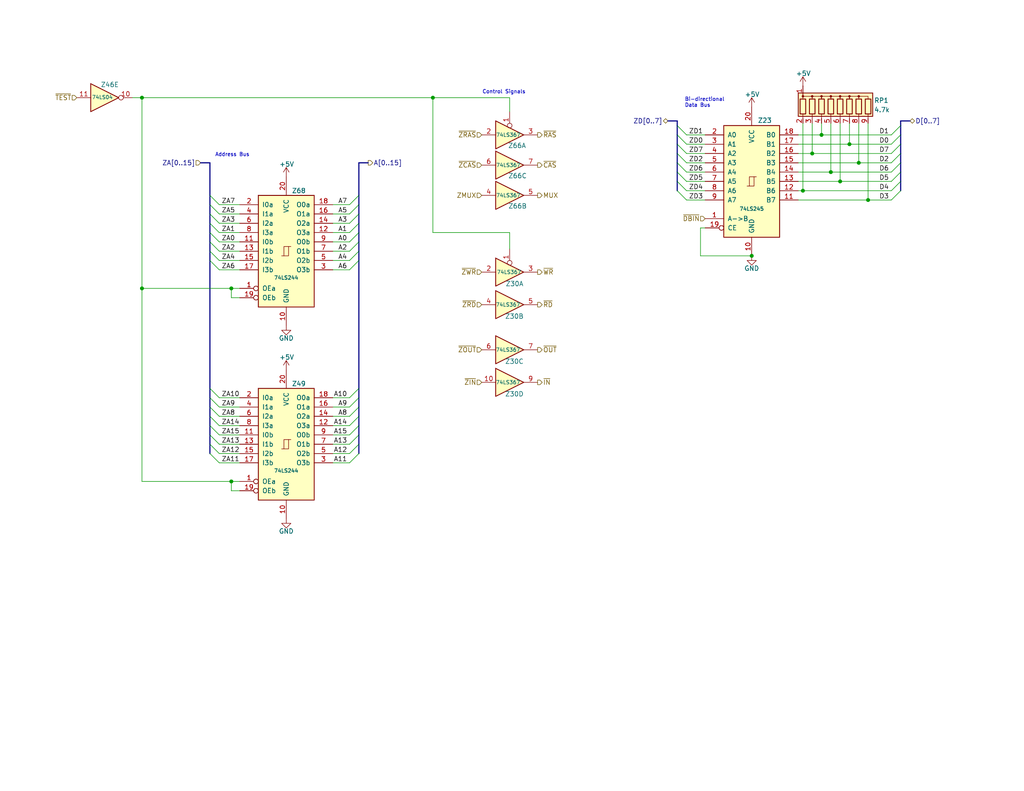
<source format=kicad_sch>
(kicad_sch (version 20250114) (generator "eeschema") (generator_version "9.0")
  (paper "USLetter")
  (title_block (title "TRS-80 Model I Rev HE11E011550") (date "2025-06-14") (rev "E1A") (company "RetroStack - Marcel Erz") (comment 2 "Isolation circuit to use ~{TEST} signal, dsconecting CPU from system") (comment 4 "CPU Gating"))
  (lib_symbols
    (symbol "74xx:74LS04"
      (property "Reference" "U" (at 0 1.27 0))
      (property "Value" "74LS04" (at 0 -1.27 0))
      (symbol "74LS04_1_0"
        (polyline (pts (xy -3.81 3.81) (xy -3.81 -3.81) (xy 3.81 0) (xy -3.81 3.81)) (stroke (width 0.254)) (fill (type background)))
        (pin input line (at -7.62 0 0) (length 3.81) (name "~") (number "1"))
        (pin output inverted (at 7.62 0 180) (length 3.81) (name "~") (number "2"))
      )
      (symbol "74LS04_2_0"
        (polyline (pts (xy -3.81 3.81) (xy -3.81 -3.81) (xy 3.81 0) (xy -3.81 3.81)) (stroke (width 0.254)) (fill (type background)))
        (pin input line (at -7.62 0 0) (length 3.81) (name "~") (number "3"))
        (pin output inverted (at 7.62 0 180) (length 3.81) (name "~") (number "4"))
      )
      (symbol "74LS04_3_0"
        (polyline (pts (xy -3.81 3.81) (xy -3.81 -3.81) (xy 3.81 0) (xy -3.81 3.81)) (stroke (width 0.254)) (fill (type background)))
        (pin input line (at -7.62 0 0) (length 3.81) (name "~") (number "5"))
        (pin output inverted (at 7.62 0 180) (length 3.81) (name "~") (number "6"))
      )
      (symbol "74LS04_4_0"
        (polyline (pts (xy -3.81 3.81) (xy -3.81 -3.81) (xy 3.81 0) (xy -3.81 3.81)) (stroke (width 0.254)) (fill (type background)))
        (pin input line (at -7.62 0 0) (length 3.81) (name "~") (number "9"))
        (pin output inverted (at 7.62 0 180) (length 3.81) (name "~") (number "8"))
      )
      (symbol "74LS04_5_0"
        (polyline (pts (xy -3.81 3.81) (xy -3.81 -3.81) (xy 3.81 0) (xy -3.81 3.81)) (stroke (width 0.254)) (fill (type background)))
        (pin input line (at -7.62 0 0) (length 3.81) (name "~") (number "11"))
        (pin output inverted (at 7.62 0 180) (length 3.81) (name "~") (number "10"))
      )
      (symbol "74LS04_6_0"
        (polyline (pts (xy -3.81 3.81) (xy -3.81 -3.81) (xy 3.81 0) (xy -3.81 3.81)) (stroke (width 0.254)) (fill (type background)))
        (pin input line (at -7.62 0 0) (length 3.81) (name "~") (number "13"))
        (pin output inverted (at 7.62 0 180) (length 3.81) (name "~") (number "12"))
      )
      (symbol "74LS04_7_0"
        (pin power_in line (at 0 12.7 270) (length 5.08) (name "VCC") (number "14"))
        (pin power_in line (at 0 -12.7 90) (length 5.08) (name "GND") (number "7"))
      )
      (symbol "74LS04_7_1"
        (rectangle (start -5.08 7.62) (end 5.08 -7.62) (stroke (width 0.254)) (fill (type background)))
      )
    )
    (symbol "74xx:74LS244" (pin_names (offset 1.016))
      (property "Reference" "U" (at -7.62 16.51 0))
      (property "Value" "74LS244" (at -7.62 -16.51 0))
      (symbol "74LS244_1_0"
        (polyline (pts (xy -1.27 -1.27) (xy 0.635 -1.27) (xy 0.635 1.27) (xy 1.27 1.27)))
        (polyline (pts (xy -0.635 -1.27) (xy -0.635 1.27) (xy 0.635 1.27)))
        (pin input line (at -12.7 12.7 0) (length 5.08) (name "I0a") (number "2"))
        (pin input line (at -12.7 10.16 0) (length 5.08) (name "I1a") (number "4"))
        (pin input line (at -12.7 7.62 0) (length 5.08) (name "I2a") (number "6"))
        (pin input line (at -12.7 5.08 0) (length 5.08) (name "I3a") (number "8"))
        (pin input line (at -12.7 2.54 0) (length 5.08) (name "I0b") (number "11"))
        (pin input line (at -12.7 0 0) (length 5.08) (name "I1b") (number "13"))
        (pin input line (at -12.7 -2.54 0) (length 5.08) (name "I2b") (number "15"))
        (pin input line (at -12.7 -5.08 0) (length 5.08) (name "I3b") (number "17"))
        (pin input inverted (at -12.7 -10.16 0) (length 5.08) (name "OEa") (number "1"))
        (pin input inverted (at -12.7 -12.7 0) (length 5.08) (name "OEb") (number "19"))
        (pin power_in line (at 0 20.32 270) (length 5.08) (name "VCC") (number "20"))
        (pin power_in line (at 0 -20.32 90) (length 5.08) (name "GND") (number "10"))
        (pin tri_state line (at 12.7 12.7 180) (length 5.08) (name "O0a") (number "18"))
        (pin tri_state line (at 12.7 10.16 180) (length 5.08) (name "O1a") (number "16"))
        (pin tri_state line (at 12.7 7.62 180) (length 5.08) (name "O2a") (number "14"))
        (pin tri_state line (at 12.7 5.08 180) (length 5.08) (name "O3a") (number "12"))
        (pin tri_state line (at 12.7 2.54 180) (length 5.08) (name "O0b") (number "9"))
        (pin tri_state line (at 12.7 0 180) (length 5.08) (name "O1b") (number "7"))
        (pin tri_state line (at 12.7 -2.54 180) (length 5.08) (name "O2b") (number "5"))
        (pin tri_state line (at 12.7 -5.08 180) (length 5.08) (name "O3b") (number "3"))
      )
      (symbol "74LS244_1_1"
        (rectangle (start -7.62 15.24) (end 7.62 -15.24) (stroke (width 0.254)) (fill (type background)))
      )
    )
    (symbol "74xx:74LS245" (pin_names (offset 1.016))
      (property "Reference" "U" (at -7.62 16.51 0))
      (property "Value" "74LS245" (at -7.62 -16.51 0))
      (symbol "74LS245_1_0"
        (polyline (pts (xy -1.27 -1.27) (xy 0.635 -1.27) (xy 0.635 1.27) (xy 1.27 1.27)))
        (polyline (pts (xy -0.635 -1.27) (xy -0.635 1.27) (xy 0.635 1.27)))
        (pin tri_state line (at -12.7 12.7 0) (length 5.08) (name "A0") (number "2"))
        (pin tri_state line (at -12.7 10.16 0) (length 5.08) (name "A1") (number "3"))
        (pin tri_state line (at -12.7 7.62 0) (length 5.08) (name "A2") (number "4"))
        (pin tri_state line (at -12.7 5.08 0) (length 5.08) (name "A3") (number "5"))
        (pin tri_state line (at -12.7 2.54 0) (length 5.08) (name "A4") (number "6"))
        (pin tri_state line (at -12.7 0 0) (length 5.08) (name "A5") (number "7"))
        (pin tri_state line (at -12.7 -2.54 0) (length 5.08) (name "A6") (number "8"))
        (pin tri_state line (at -12.7 -5.08 0) (length 5.08) (name "A7") (number "9"))
        (pin input line (at -12.7 -10.16 0) (length 5.08) (name "A->B") (number "1"))
        (pin input inverted (at -12.7 -12.7 0) (length 5.08) (name "CE") (number "19"))
        (pin power_in line (at 0 20.32 270) (length 5.08) (name "VCC") (number "20"))
        (pin power_in line (at 0 -20.32 90) (length 5.08) (name "GND") (number "10"))
        (pin tri_state line (at 12.7 12.7 180) (length 5.08) (name "B0") (number "18"))
        (pin tri_state line (at 12.7 10.16 180) (length 5.08) (name "B1") (number "17"))
        (pin tri_state line (at 12.7 7.62 180) (length 5.08) (name "B2") (number "16"))
        (pin tri_state line (at 12.7 5.08 180) (length 5.08) (name "B3") (number "15"))
        (pin tri_state line (at 12.7 2.54 180) (length 5.08) (name "B4") (number "14"))
        (pin tri_state line (at 12.7 0 180) (length 5.08) (name "B5") (number "13"))
        (pin tri_state line (at 12.7 -2.54 180) (length 5.08) (name "B6") (number "12"))
        (pin tri_state line (at 12.7 -5.08 180) (length 5.08) (name "B7") (number "11"))
      )
      (symbol "74LS245_1_1"
        (rectangle (start -7.62 15.24) (end 7.62 -15.24) (stroke (width 0.254)) (fill (type background)))
      )
    )
    (symbol "Device:R_Network08" (pin_names (offset 0) (hide yes))
      (property "Reference" "RN" (at -12.7 0 90))
      (property "Value" "R_Network08" (at 10.16 0 90))
      (symbol "R_Network08_0_1"
        (rectangle (start -11.43 -3.175) (end 8.89 3.175) (stroke (width 0.254)) (fill (type background)))
        (rectangle (start -10.922 1.524) (end -9.398 -2.54) (stroke (width 0.254)))
        (circle (center -10.16 2.286) (radius 0.254) (fill (type outline)))
        (polyline (pts (xy -10.16 1.524) (xy -10.16 2.286) (xy -7.62 2.286) (xy -7.62 1.524)))
        (polyline (pts (xy -10.16 -2.54) (xy -10.16 -3.81)))
        (rectangle (start -8.382 1.524) (end -6.858 -2.54) (stroke (width 0.254)))
        (circle (center -7.62 2.286) (radius 0.254) (fill (type outline)))
        (polyline (pts (xy -7.62 1.524) (xy -7.62 2.286) (xy -5.08 2.286) (xy -5.08 1.524)))
        (polyline (pts (xy -7.62 -2.54) (xy -7.62 -3.81)))
        (rectangle (start -5.842 1.524) (end -4.318 -2.54) (stroke (width 0.254)))
        (circle (center -5.08 2.286) (radius 0.254) (fill (type outline)))
        (polyline (pts (xy -5.08 1.524) (xy -5.08 2.286) (xy -2.54 2.286) (xy -2.54 1.524)))
        (polyline (pts (xy -5.08 -2.54) (xy -5.08 -3.81)))
        (rectangle (start -3.302 1.524) (end -1.778 -2.54) (stroke (width 0.254)))
        (circle (center -2.54 2.286) (radius 0.254) (fill (type outline)))
        (polyline (pts (xy -2.54 1.524) (xy -2.54 2.286) (xy 0 2.286) (xy 0 1.524)))
        (polyline (pts (xy -2.54 -2.54) (xy -2.54 -3.81)))
        (rectangle (start -0.762 1.524) (end 0.762 -2.54) (stroke (width 0.254)))
        (circle (center 0 2.286) (radius 0.254) (fill (type outline)))
        (polyline (pts (xy 0 1.524) (xy 0 2.286) (xy 2.54 2.286) (xy 2.54 1.524)))
        (polyline (pts (xy 0 -2.54) (xy 0 -3.81)))
        (rectangle (start 1.778 1.524) (end 3.302 -2.54) (stroke (width 0.254)))
        (circle (center 2.54 2.286) (radius 0.254) (fill (type outline)))
        (polyline (pts (xy 2.54 1.524) (xy 2.54 2.286) (xy 5.08 2.286) (xy 5.08 1.524)))
        (polyline (pts (xy 2.54 -2.54) (xy 2.54 -3.81)))
        (rectangle (start 4.318 1.524) (end 5.842 -2.54) (stroke (width 0.254)))
        (circle (center 5.08 2.286) (radius 0.254) (fill (type outline)))
        (polyline (pts (xy 5.08 1.524) (xy 5.08 2.286) (xy 7.62 2.286) (xy 7.62 1.524)))
        (polyline (pts (xy 5.08 -2.54) (xy 5.08 -3.81)))
        (rectangle (start 6.858 1.524) (end 8.382 -2.54) (stroke (width 0.254)))
        (polyline (pts (xy 7.62 -2.54) (xy 7.62 -3.81)))
      )
      (symbol "R_Network08_1_1"
        (pin passive line (at -10.16 5.08 270) (length 2.54) (name "common") (number "1"))
        (pin passive line (at -10.16 -5.08 90) (length 1.27) (name "R1") (number "2"))
        (pin passive line (at -7.62 -5.08 90) (length 1.27) (name "R2") (number "3"))
        (pin passive line (at -5.08 -5.08 90) (length 1.27) (name "R3") (number "4"))
        (pin passive line (at -2.54 -5.08 90) (length 1.27) (name "R4") (number "5"))
        (pin passive line (at 0 -5.08 90) (length 1.27) (name "R5") (number "6"))
        (pin passive line (at 2.54 -5.08 90) (length 1.27) (name "R6") (number "7"))
        (pin passive line (at 5.08 -5.08 90) (length 1.27) (name "R7") (number "8"))
        (pin passive line (at 7.62 -5.08 90) (length 1.27) (name "R8") (number "9"))
      )
    )
    (symbol "RetroStackLibrary:74LS367_Split" (pin_names (offset 1.016))
      (property "Reference" "U" (at 0 1.27 0))
      (property "Value" "74LS367" (at 0 -1.27 0))
      (symbol "74LS367_Split_1_0"
        (polyline (pts (xy -3.81 3.81) (xy -3.81 -3.81) (xy 3.81 0) (xy -3.81 3.81)) (stroke (width 0.254)) (fill (type background)))
        (pin input line (at -7.62 0 0) (length 3.81) (name "~") (number "2"))
        (pin input inverted (at 0 6.35 270) (length 4.445) (name "~") (number "1"))
        (pin tri_state line (at 7.62 0 180) (length 3.81) (name "~") (number "3"))
      )
      (symbol "74LS367_Split_2_0"
        (polyline (pts (xy -3.81 3.81) (xy -3.81 -3.81) (xy 3.81 0) (xy -3.81 3.81)) (stroke (width 0.254)) (fill (type background)))
        (pin input line (at -7.62 0 0) (length 3.81) (name "~") (number "4"))
        (pin tri_state line (at 7.62 0 180) (length 3.81) (name "~") (number "5"))
      )
      (symbol "74LS367_Split_3_0"
        (polyline (pts (xy -3.81 3.81) (xy -3.81 -3.81) (xy 3.81 0) (xy -3.81 3.81)) (stroke (width 0.254)) (fill (type background)))
        (pin input line (at -7.62 0 0) (length 3.81) (name "~") (number "6"))
        (pin tri_state line (at 7.62 0 180) (length 3.81) (name "~") (number "7"))
      )
      (symbol "74LS367_Split_4_0"
        (polyline (pts (xy -3.81 3.81) (xy -3.81 -3.81) (xy 3.81 0) (xy -3.81 3.81)) (stroke (width 0.254)) (fill (type background)))
        (pin input line (at -7.62 0 0) (length 3.81) (name "~") (number "10"))
        (pin tri_state line (at 7.62 0 180) (length 3.81) (name "~") (number "9"))
      )
      (symbol "74LS367_Split_5_0"
        (polyline (pts (xy -3.175 -2.54) (xy -3.175 -10.16) (xy 4.445 -6.35) (xy -3.175 -2.54)) (stroke (width 0.254)) (fill (type background)))
        (pin input line (at -6.985 -6.35 0) (length 3.81) (name "~") (number "12"))
        (pin input inverted (at 0.635 0 270) (length 4.445) (name "~") (number "15"))
        (pin tri_state line (at 8.255 -6.35 180) (length 3.81) (name "~") (number "11"))
      )
      (symbol "74LS367_Split_6_0"
        (polyline (pts (xy -3.81 3.81) (xy -3.81 -3.81) (xy 3.81 0) (xy -3.81 3.81)) (stroke (width 0.254)) (fill (type background)))
        (pin input line (at -7.62 0 0) (length 3.81) (name "~") (number "14"))
        (pin tri_state line (at 7.62 0 180) (length 3.81) (name "~") (number "13"))
      )
      (symbol "74LS367_Split_7_0"
        (pin power_in line (at 0 1.905 270) (length 5.08) (name "VCC") (number "16"))
        (pin power_in line (at 0 -23.495 90) (length 5.08) (name "GND") (number "8"))
      )
      (symbol "74LS367_Split_7_1"
        (rectangle (start -5.08 -3.175) (end 5.08 -18.415) (stroke (width 0.254)) (fill (type background)))
      )
    )
    (symbol "power:+5V" (power) (pin_numbers (hide yes)) (pin_names (offset 0) (hide yes))
      (property "Value" "+5V" (at 0 3.556 0))
      (symbol "+5V_0_1"
        (polyline (pts (xy -0.762 1.27) (xy 0 2.54)))
        (polyline (pts (xy 0 2.54) (xy 0.762 1.27)))
        (polyline (pts (xy 0 0) (xy 0 2.54)))
      )
      (symbol "+5V_1_1"
        (pin power_in line (at 0 0 90) (length 0) (name "~") (number "1"))
      )
    )
    (symbol "power:GND" (power) (pin_numbers (hide yes)) (pin_names (offset 0) (hide yes))
      (property "Value" "GND" (at 0 -3.81 0))
      (symbol "GND_0_1"
        (polyline (pts (xy 0 0) (xy 0 -1.27) (xy 1.27 -1.27) (xy 0 -2.54) (xy -1.27 -1.27) (xy 0 -1.27)))
      )
      (symbol "GND_1_1"
        (pin power_in line (at 0 0 270) (length 0) (name "~") (number "1"))
      )
    )
  )
  (text "Bi-directional\nData Bus" (at 186.817 29.464 0) (effects (font (size 1 1)) (justify left bottom)))
  (text "Address Bus" (at 58.674 42.926 0) (effects (font (size 1 1)) (justify left bottom)))
  (text "Control Signals" (at 131.572 25.781 0) (effects (font (size 1 1)) (justify left bottom)))
  (junction (at 224.155 36.83))
  (junction (at 231.775 39.37))
  (junction (at 219.075 52.07))
  (junction (at 118.11 26.67))
  (junction (at 229.235 49.53))
  (junction (at 226.695 46.99))
  (junction (at 221.615 41.91))
  (junction (at 63.119 131.445))
  (junction (at 63.119 78.74))
  (junction (at 205.105 69.85))
  (junction (at 234.315 44.45))
  (junction (at 236.855 54.61))
  (junction (at 38.735 26.67))
  (junction (at 38.735 78.74))
  (bus_entry (at 187.325 46.99) (size -2.54 -2.54))
  (bus_entry (at 59.817 111.125) (size -2.54 -2.54))
  (bus_entry (at 95.377 66.04) (size 2.54 -2.54))
  (bus_entry (at 59.817 108.585) (size -2.54 -2.54))
  (bus_entry (at 59.817 60.96) (size -2.54 -2.54))
  (bus_entry (at 243.205 39.37) (size 2.54 -2.54))
  (bus_entry (at 95.377 123.825) (size 2.54 -2.54))
  (bus_entry (at 187.325 36.83) (size -2.54 -2.54))
  (bus_entry (at 95.377 68.58) (size 2.54 -2.54))
  (bus_entry (at 59.817 118.745) (size -2.54 -2.54))
  (bus_entry (at 95.377 73.66) (size 2.54 -2.54))
  (bus_entry (at 187.325 41.91) (size -2.54 -2.54))
  (bus_entry (at 59.817 116.205) (size -2.54 -2.54))
  (bus_entry (at 243.205 46.99) (size 2.54 -2.54))
  (bus_entry (at 59.817 123.825) (size -2.54 -2.54))
  (bus_entry (at 243.205 49.53) (size 2.54 -2.54))
  (bus_entry (at 243.205 36.83) (size 2.54 -2.54))
  (bus_entry (at 59.817 55.88) (size -2.54 -2.54))
  (bus_entry (at 59.817 66.04) (size -2.54 -2.54))
  (bus_entry (at 187.325 44.45) (size -2.54 -2.54))
  (bus_entry (at 187.325 49.53) (size -2.54 -2.54))
  (bus_entry (at 243.205 44.45) (size 2.54 -2.54))
  (bus_entry (at 59.817 73.66) (size -2.54 -2.54))
  (bus_entry (at 95.377 126.365) (size 2.54 -2.54))
  (bus_entry (at 95.377 111.125) (size 2.54 -2.54))
  (bus_entry (at 95.377 63.5) (size 2.54 -2.54))
  (bus_entry (at 59.817 126.365) (size -2.54 -2.54))
  (bus_entry (at 187.325 54.61) (size -2.54 -2.54))
  (bus_entry (at 95.377 71.12) (size 2.54 -2.54))
  (bus_entry (at 95.377 113.665) (size 2.54 -2.54))
  (bus_entry (at 59.817 121.285) (size -2.54 -2.54))
  (bus_entry (at 59.817 63.5) (size -2.54 -2.54))
  (bus_entry (at 95.377 58.42) (size 2.54 -2.54))
  (bus_entry (at 59.817 113.665) (size -2.54 -2.54))
  (bus_entry (at 187.325 52.07) (size -2.54 -2.54))
  (bus_entry (at 95.377 118.745) (size 2.54 -2.54))
  (bus_entry (at 187.325 39.37) (size -2.54 -2.54))
  (bus_entry (at 59.817 71.12) (size -2.54 -2.54))
  (bus_entry (at 95.377 108.585) (size 2.54 -2.54))
  (bus_entry (at 243.205 52.07) (size 2.54 -2.54))
  (bus_entry (at 243.205 54.61) (size 2.54 -2.54))
  (bus_entry (at 243.205 41.91) (size 2.54 -2.54))
  (bus_entry (at 95.377 55.88) (size 2.54 -2.54))
  (bus_entry (at 95.377 121.285) (size 2.54 -2.54))
  (bus_entry (at 95.377 116.205) (size 2.54 -2.54))
  (bus_entry (at 95.377 60.96) (size 2.54 -2.54))
  (bus_entry (at 59.817 58.42) (size -2.54 -2.54))
  (bus_entry (at 59.817 68.58) (size -2.54 -2.54))
  (bus (pts (xy 57.277 121.285) (xy 57.277 123.825)))
  (wire (pts (xy 59.817 68.58) (xy 65.405 68.58)))
  (wire (pts (xy 59.817 55.88) (xy 65.405 55.88)))
  (bus (pts (xy 97.917 113.665) (xy 97.917 116.205)))
  (wire (pts (xy 59.817 116.205) (xy 65.405 116.205)))
  (bus (pts (xy 97.917 58.42) (xy 97.917 55.88)))
  (bus (pts (xy 57.277 108.585) (xy 57.277 111.125)))
  (bus (pts (xy 184.785 36.83) (xy 184.785 34.29)))
  (wire (pts (xy 59.817 111.125) (xy 65.405 111.125)))
  (wire (pts (xy 95.377 58.42) (xy 90.805 58.42)))
  (wire (pts (xy 65.405 133.985) (xy 63.119 133.985)))
  (bus (pts (xy 97.917 106.045) (xy 97.917 108.585)))
  (bus (pts (xy 97.917 108.585) (xy 97.917 111.125)))
  (wire (pts (xy 217.805 36.83) (xy 224.155 36.83)))
  (wire (pts (xy 38.735 131.445) (xy 63.119 131.445)))
  (wire (pts (xy 95.377 116.205) (xy 90.805 116.205)))
  (wire (pts (xy 59.817 66.04) (xy 65.405 66.04)))
  (wire (pts (xy 118.11 63.5) (xy 118.11 26.67)))
  (wire (pts (xy 139.065 63.5) (xy 139.065 67.945)))
  (wire (pts (xy 217.805 44.45) (xy 234.315 44.45)))
  (bus (pts (xy 57.277 63.5) (xy 57.277 60.96)))
  (wire (pts (xy 95.377 111.125) (xy 90.805 111.125)))
  (wire (pts (xy 217.805 39.37) (xy 231.775 39.37)))
  (wire (pts (xy 221.615 33.655) (xy 221.615 41.91)))
  (wire (pts (xy 192.405 62.23) (xy 191.135 62.23)))
  (bus (pts (xy 57.277 68.58) (xy 57.277 71.12)))
  (bus (pts (xy 57.277 106.045) (xy 57.277 108.585)))
  (bus (pts (xy 57.277 55.88) (xy 57.277 53.34)))
  (wire (pts (xy 226.695 46.99) (xy 243.205 46.99)))
  (wire (pts (xy 234.315 33.655) (xy 234.315 44.45)))
  (wire (pts (xy 63.119 78.74) (xy 65.405 78.74)))
  (bus (pts (xy 97.917 111.125) (xy 97.917 113.665)))
  (bus (pts (xy 57.277 63.5) (xy 57.277 66.04)))
  (bus (pts (xy 245.745 49.53) (xy 245.745 52.07)))
  (bus (pts (xy 245.745 39.37) (xy 245.745 41.91)))
  (wire (pts (xy 36.195 26.67) (xy 38.735 26.67)))
  (wire (pts (xy 59.817 60.96) (xy 65.405 60.96)))
  (bus (pts (xy 245.745 41.91) (xy 245.745 44.45)))
  (bus (pts (xy 57.277 66.04) (xy 57.277 68.58)))
  (wire (pts (xy 118.11 63.5) (xy 139.065 63.5)))
  (wire (pts (xy 231.775 33.655) (xy 231.775 39.37)))
  (wire (pts (xy 236.855 33.655) (xy 236.855 54.61)))
  (wire (pts (xy 59.817 126.365) (xy 65.405 126.365)))
  (bus (pts (xy 245.745 46.99) (xy 245.745 49.53)))
  (wire (pts (xy 95.377 123.825) (xy 90.805 123.825)))
  (wire (pts (xy 187.325 44.45) (xy 192.405 44.45)))
  (bus (pts (xy 97.917 44.45) (xy 97.917 53.34)))
  (wire (pts (xy 63.119 131.445) (xy 65.405 131.445)))
  (wire (pts (xy 95.377 60.96) (xy 90.805 60.96)))
  (wire (pts (xy 59.817 108.585) (xy 65.405 108.585)))
  (wire (pts (xy 95.377 66.04) (xy 90.805 66.04)))
  (wire (pts (xy 191.135 62.23) (xy 191.135 69.85)))
  (wire (pts (xy 187.325 54.61) (xy 192.405 54.61)))
  (bus (pts (xy 97.917 121.285) (xy 97.917 123.825)))
  (bus (pts (xy 97.917 66.04) (xy 97.917 68.58)))
  (wire (pts (xy 95.377 73.66) (xy 90.805 73.66)))
  (bus (pts (xy 97.917 63.5) (xy 97.917 60.96)))
  (wire (pts (xy 221.615 41.91) (xy 243.205 41.91)))
  (wire (pts (xy 59.817 63.5) (xy 65.405 63.5)))
  (wire (pts (xy 229.235 49.53) (xy 243.205 49.53)))
  (wire (pts (xy 187.325 46.99) (xy 192.405 46.99)))
  (wire (pts (xy 38.735 26.67) (xy 118.11 26.67)))
  (bus (pts (xy 248.285 33.02) (xy 245.745 33.02)))
  (wire (pts (xy 191.135 69.85) (xy 205.105 69.85)))
  (bus (pts (xy 57.277 118.745) (xy 57.277 121.285)))
  (bus (pts (xy 184.785 44.45) (xy 184.785 41.91)))
  (wire (pts (xy 95.377 71.12) (xy 90.805 71.12)))
  (bus (pts (xy 97.917 118.745) (xy 97.917 121.285)))
  (bus (pts (xy 57.277 116.205) (xy 57.277 118.745)))
  (bus (pts (xy 57.277 60.96) (xy 57.277 58.42)))
  (bus (pts (xy 184.785 41.91) (xy 184.785 39.37)))
  (wire (pts (xy 59.817 123.825) (xy 65.405 123.825)))
  (bus (pts (xy 57.277 58.42) (xy 57.277 55.88)))
  (wire (pts (xy 95.377 55.88) (xy 90.805 55.88)))
  (wire (pts (xy 95.377 126.365) (xy 90.805 126.365)))
  (bus (pts (xy 100.457 44.45) (xy 97.917 44.45)))
  (wire (pts (xy 118.11 26.67) (xy 139.065 26.67)))
  (wire (pts (xy 59.817 58.42) (xy 65.405 58.42)))
  (wire (pts (xy 38.735 26.67) (xy 38.735 78.74)))
  (bus (pts (xy 97.917 71.12) (xy 97.917 106.045)))
  (bus (pts (xy 97.917 60.96) (xy 97.917 58.42)))
  (bus (pts (xy 57.277 113.665) (xy 57.277 116.205)))
  (wire (pts (xy 217.805 54.61) (xy 236.855 54.61)))
  (wire (pts (xy 217.805 41.91) (xy 221.615 41.91)))
  (wire (pts (xy 219.075 52.07) (xy 243.205 52.07)))
  (bus (pts (xy 57.277 111.125) (xy 57.277 113.665)))
  (wire (pts (xy 63.119 81.28) (xy 63.119 78.74)))
  (wire (pts (xy 217.805 52.07) (xy 219.075 52.07)))
  (wire (pts (xy 65.405 81.28) (xy 63.119 81.28)))
  (bus (pts (xy 182.245 33.02) (xy 184.785 33.02)))
  (wire (pts (xy 229.235 33.655) (xy 229.235 49.53)))
  (wire (pts (xy 187.325 39.37) (xy 192.405 39.37)))
  (bus (pts (xy 184.785 46.99) (xy 184.785 44.45)))
  (wire (pts (xy 236.855 54.61) (xy 243.205 54.61)))
  (wire (pts (xy 95.377 108.585) (xy 90.805 108.585)))
  (wire (pts (xy 187.325 52.07) (xy 192.405 52.07)))
  (bus (pts (xy 97.917 116.205) (xy 97.917 118.745)))
  (wire (pts (xy 59.817 118.745) (xy 65.405 118.745)))
  (bus (pts (xy 97.917 68.58) (xy 97.917 71.12)))
  (wire (pts (xy 187.325 49.53) (xy 192.405 49.53)))
  (wire (pts (xy 38.735 78.74) (xy 38.735 131.445)))
  (wire (pts (xy 95.377 113.665) (xy 90.805 113.665)))
  (wire (pts (xy 59.817 113.665) (xy 65.405 113.665)))
  (bus (pts (xy 245.745 34.29) (xy 245.745 36.83)))
  (wire (pts (xy 231.775 39.37) (xy 243.205 39.37)))
  (bus (pts (xy 57.277 44.45) (xy 57.277 53.34)))
  (bus (pts (xy 97.917 63.5) (xy 97.917 66.04)))
  (wire (pts (xy 226.695 33.655) (xy 226.695 46.99)))
  (bus (pts (xy 57.277 71.12) (xy 57.277 106.045)))
  (bus (pts (xy 184.785 34.29) (xy 184.785 33.02)))
  (bus (pts (xy 245.745 44.45) (xy 245.745 46.99)))
  (wire (pts (xy 95.377 118.745) (xy 90.805 118.745)))
  (wire (pts (xy 224.155 33.655) (xy 224.155 36.83)))
  (wire (pts (xy 95.377 68.58) (xy 90.805 68.58)))
  (wire (pts (xy 217.805 49.53) (xy 229.235 49.53)))
  (wire (pts (xy 38.735 78.74) (xy 63.119 78.74)))
  (wire (pts (xy 59.817 121.285) (xy 65.405 121.285)))
  (wire (pts (xy 59.817 71.12) (xy 65.405 71.12)))
  (bus (pts (xy 245.745 36.83) (xy 245.745 39.37)))
  (bus (pts (xy 184.785 49.53) (xy 184.785 46.99)))
  (wire (pts (xy 219.075 33.655) (xy 219.075 52.07)))
  (bus (pts (xy 184.785 52.07) (xy 184.785 49.53)))
  (bus (pts (xy 54.737 44.45) (xy 57.277 44.45)))
  (wire (pts (xy 234.315 44.45) (xy 243.205 44.45)))
  (wire (pts (xy 59.817 73.66) (xy 65.405 73.66)))
  (wire (pts (xy 63.119 133.985) (xy 63.119 131.445)))
  (bus (pts (xy 245.745 34.29) (xy 245.745 33.02)))
  (wire (pts (xy 95.377 121.285) (xy 90.805 121.285)))
  (wire (pts (xy 139.065 30.48) (xy 139.065 26.67)))
  (wire (pts (xy 95.377 63.5) (xy 90.805 63.5)))
  (wire (pts (xy 224.155 36.83) (xy 243.205 36.83)))
  (bus (pts (xy 184.785 39.37) (xy 184.785 36.83)))
  (wire (pts (xy 187.325 41.91) (xy 192.405 41.91)))
  (bus (pts (xy 97.917 55.88) (xy 97.917 53.34)))
  (wire (pts (xy 217.805 46.99) (xy 226.695 46.99)))
  (wire (pts (xy 187.325 36.83) (xy 192.405 36.83)))
  (label "A11" (at 94.742 126.365 180))
  (label "ZD6" (at 187.96 46.99 0))
  (label "ZD3" (at 187.96 54.61 0))
  (label "ZA11" (at 60.452 126.365 0))
  (label "A6" (at 94.742 73.66 180))
  (label "ZD7" (at 187.96 41.91 0))
  (label "ZA7" (at 60.452 55.88 0))
  (label "ZA10" (at 60.452 108.585 0))
  (label "ZA0" (at 60.452 66.04 0))
  (label "A1" (at 94.742 63.5 180))
  (label "D6" (at 242.57 46.99 180))
  (label "A10" (at 94.742 108.585 180))
  (label "ZA13" (at 60.452 121.285 0))
  (label "D0" (at 242.57 39.37 180))
  (label "ZA15" (at 60.452 118.745 0))
  (label "ZD5" (at 187.96 49.53 0))
  (label "ZA3" (at 60.452 60.96 0))
  (label "ZD2" (at 187.96 44.45 0))
  (label "ZA6" (at 60.452 73.66 0))
  (label "ZA1" (at 60.452 63.5 0))
  (label "D7" (at 242.57 41.91 180))
  (label "D5" (at 242.57 49.53 180))
  (label "D1" (at 242.57 36.83 180))
  (label "D3" (at 242.57 54.61 180))
  (label "A14" (at 94.742 116.205 180))
  (label "ZA8" (at 60.452 113.665 0))
  (label "D4" (at 242.57 52.07 180))
  (label "ZD0" (at 187.96 39.37 0))
  (label "A5" (at 94.742 58.42 180))
  (label "A2" (at 94.742 68.58 180))
  (label "A4" (at 94.742 71.12 180))
  (label "A13" (at 94.742 121.285 180))
  (label "A15" (at 94.742 118.745 180))
  (label "A8" (at 94.742 113.665 180))
  (label "ZA12" (at 60.452 123.825 0))
  (label "A7" (at 94.742 55.88 180))
  (label "A9" (at 94.742 111.125 180))
  (label "ZA14" (at 60.452 116.205 0))
  (label "ZA2" (at 60.452 68.58 0))
  (label "D2" (at 242.57 44.45 180))
  (label "ZA4" (at 60.452 71.12 0))
  (label "A3" (at 94.742 60.96 180))
  (label "ZA9" (at 60.452 111.125 0))
  (label "ZD1" (at 187.96 36.83 0))
  (label "ZA5" (at 60.452 58.42 0))
  (label "A12" (at 94.742 123.825 180))
  (label "A0" (at 94.742 66.04 180))
  (label "ZD4" (at 187.96 52.07 0))
  (hierarchical_label "ZD[0..7]" (shape bidirectional) (at 182.245 33.02 180))
  (hierarchical_label "~{ZRD}" (shape input) (at 131.445 83.185 180))
  (hierarchical_label "~{ZIN}" (shape input) (at 131.445 104.394 180))
  (hierarchical_label "~{DBIN}" (shape input) (at 192.405 59.69 180))
  (hierarchical_label "~{ZCAS}" (shape input) (at 131.445 45.085 180))
  (hierarchical_label "~{RD}" (shape output) (at 146.685 83.185 0))
  (hierarchical_label "~{WR}" (shape output) (at 146.685 74.295 0))
  (hierarchical_label "~{TEST}" (shape input) (at 20.955 26.67 180))
  (hierarchical_label "MUX" (shape output) (at 146.685 53.34 0))
  (hierarchical_label "~{ZRAS}" (shape input) (at 131.445 36.83 180))
  (hierarchical_label "~{CAS}" (shape output) (at 146.685 45.085 0))
  (hierarchical_label "ZA[0..15]" (shape input) (at 54.737 44.45 180))
  (hierarchical_label "~{OUT}" (shape output) (at 146.685 95.504 0))
  (hierarchical_label "D[0..7]" (shape bidirectional) (at 248.285 33.02 0))
  (hierarchical_label "ZMUX" (shape input) (at 131.445 53.34 180))
  (hierarchical_label "~{IN}" (shape output) (at 146.685 104.394 0))
  (hierarchical_label "~{ZWR}" (shape input) (at 131.445 74.295 180))
  (hierarchical_label "A[0..15]" (shape output) (at 100.457 44.45 0))
  (hierarchical_label "~{RAS}" (shape output) (at 146.685 36.83 0))
  (hierarchical_label "~{ZOUT}" (shape input) (at 131.445 95.504 180))
  (symbol (lib_id "power:GND") (at 205.105 69.85 0) (unit 1)
    (property "Reference" "#PWR0106" (effects (hide yes)))
    (property "Value" "GND" (at 205.105 73.279 0))
    (property "Description" "Power symbol creates a global label with name \"GND\" , ground" (effects (hide yes)))
  )
  (symbol (lib_id "power:+5V") (at 205.105 29.21 0) (unit 1)
    (property "Reference" "#PWR022" (effects (hide yes)))
    (property "Value" "+5V" (at 205.232 25.781 0))
    (property "Description" "Power symbol creates a global label with name \"+5V\"" (effects (hide yes)))
  )
  (symbol (lib_id "RetroStackLibrary:74LS367_Split") (at 139.065 104.394 0) (unit 4)
    (property "Reference" "Z30" (at 137.795 107.569 0) (effects (justify left)))
    (property "Value" "74LS367" (at 135.255 104.394 0) (effects (font (size 1 1)) (justify left)))
    (property "Footprint" "Library:TRS80_Model_I_DIP16_Jap" (effects (hide yes)))
    (property "Datasheet" "https://www.ti.com/lit/ds/symlink/sn74ls367a.pdf" (effects (hide yes)))
  )
  (symbol (lib_id "power:+5V") (at 78.105 100.965 0) (unit 1)
    (property "Reference" "#PWR020" (effects (hide yes)))
    (property "Value" "+5V" (at 78.232 97.536 0))
    (property "Description" "Power symbol creates a global label with name \"+5V\"" (effects (hide yes)))
  )
  (symbol (lib_id "RetroStackLibrary:74LS367_Split") (at 139.065 83.185 0) (unit 2)
    (property "Reference" "Z30" (at 137.795 86.36 0) (effects (justify left)))
    (property "Value" "74LS367" (at 135.255 83.185 0) (effects (font (size 1 1)) (justify left)))
    (property "Footprint" "Library:TRS80_Model_I_DIP16_Jap" (effects (hide yes)))
    (property "Datasheet" "https://www.ti.com/lit/ds/symlink/sn74ls367a.pdf" (effects (hide yes)))
  )
  (symbol (lib_id "power:+5V") (at 78.105 48.26 0) (unit 1)
    (property "Reference" "#PWR016" (effects (hide yes)))
    (property "Value" "+5V" (at 78.232 44.831 0))
    (property "Description" "Power symbol creates a global label with name \"+5V\"" (effects (hide yes)))
  )
  (symbol (lib_id "power:+5V") (at 219.075 23.495 0) (unit 1)
    (property "Reference" "#PWR023" (effects (hide yes)))
    (property "Value" "+5V" (at 219.202 20.066 0))
    (property "Description" "Power symbol creates a global label with name \"+5V\"" (effects (hide yes)))
  )
  (symbol (lib_id "74xx:74LS244") (at 78.105 121.285 0) (unit 1)
    (property "Reference" "Z49" (at 79.629 104.775 0) (effects (justify left)))
    (property "Value" "74LS244" (at 78.105 128.524 0) (effects (font (size 1 1))))
    (property "Footprint" "Library:TRS80_Model_I_DIP20_Jap" (effects (hide yes)))
    (property "Datasheet" "http://www.ti.com/lit/ds/symlink/sn74ls244.pdf" (effects (hide yes)))
    (property "Description" "Octal Buffer and Line Driver With 3-State Output, active-low enables, non-inverting outputs" (effects (hide yes)))
  )
  (symbol (lib_id "RetroStackLibrary:74LS367_Split") (at 139.065 95.504 0) (unit 3)
    (property "Reference" "Z30" (at 137.795 98.679 0) (effects (justify left)))
    (property "Value" "74LS367" (at 135.255 95.504 0) (effects (font (size 1 1)) (justify left)))
    (property "Footprint" "Library:TRS80_Model_I_DIP16_Jap" (effects (hide yes)))
    (property "Datasheet" "https://www.ti.com/lit/ds/symlink/sn74ls367a.pdf" (effects (hide yes)))
  )
  (symbol (lib_id "RetroStackLibrary:74LS367_Split") (at 139.065 53.34 0) (unit 2)
    (property "Reference" "Z66" (at 141.224 56.261 0))
    (property "Value" "74LS367" (at 138.684 53.34 0) (effects (font (size 1 1))))
    (property "Footprint" "Library:TRS80_Model_I_DIP16_Jap" (effects (hide yes)))
    (property "Datasheet" "https://www.ti.com/lit/ds/symlink/sn74ls367a.pdf" (effects (hide yes)))
    (property "Description" "Hex buffer 3-State outputs" (effects (hide yes)))
  )
  (symbol (lib_id "RetroStackLibrary:74LS367_Split") (at 139.065 36.83 0) (unit 1)
    (property "Reference" "Z66" (at 141.097 39.751 0))
    (property "Value" "74LS367" (at 138.684 36.83 0) (effects (font (size 1 1))))
    (property "Footprint" "Library:TRS80_Model_I_DIP16_Jap" (effects (hide yes)))
    (property "Datasheet" "https://www.ti.com/lit/ds/symlink/sn74ls367a.pdf" (effects (hide yes)))
    (property "Description" "Hex buffer 3-State outputs" (effects (hide yes)))
  )
  (symbol (lib_id "74xx:74LS04") (at 28.575 26.67 0) (unit 5)
    (property "Reference" "Z46" (at 29.972 23.114 0))
    (property "Value" "74LS04" (at 27.94 26.543 0) (effects (font (size 1 1))))
    (property "Footprint" "Library:TRS80_Model_I_DIP14_Jap" (effects (hide yes)))
    (property "Datasheet" "http://www.ti.com/lit/gpn/sn74LS04" (effects (hide yes)))
    (property "Description" "Hex Inverter" (effects (hide yes)))
  )
  (symbol (lib_id "RetroStackLibrary:74LS367_Split") (at 139.065 45.085 0) (unit 3)
    (property "Reference" "Z66" (at 141.224 48.006 0))
    (property "Value" "74LS367" (at 138.684 45.085 0) (effects (font (size 1 1))))
    (property "Footprint" "Library:TRS80_Model_I_DIP16_Jap" (effects (hide yes)))
    (property "Datasheet" "https://www.ti.com/lit/ds/symlink/sn74ls367a.pdf" (effects (hide yes)))
    (property "Description" "Hex buffer 3-State outputs" (effects (hide yes)))
  )
  (symbol (lib_id "Device:R_Network08") (at 229.235 28.575 0) (unit 1)
    (property "Reference" "RP1" (at 238.506 27.432 0) (effects (justify left)))
    (property "Value" "4.7k" (at 238.506 29.972 0) (effects (justify left)))
    (property "Footprint" "Library:TRS80_Model_I_R_Array_09_Jap" (effects (hide yes)))
    (property "Datasheet" "http://www.vishay.com/docs/31509/csc.pdf" (effects (hide yes)))
    (property "Description" "8 resistor network, star topology, bussed resistors, small symbol" (effects (hide yes)))
  )
  (symbol (lib_id "RetroStackLibrary:74LS367_Split") (at 139.065 74.295 0) (unit 1)
    (property "Reference" "Z30" (at 142.875 77.47 0) (effects (justify right)))
    (property "Value" "74LS367" (at 142.24 74.295 0) (effects (font (size 1 1)) (justify right)))
    (property "Footprint" "Library:TRS80_Model_I_DIP16_Jap" (effects (hide yes)))
    (property "Datasheet" "https://www.ti.com/lit/ds/symlink/sn74ls367a.pdf" (effects (hide yes)))
  )
  (symbol (lib_id "power:GND") (at 78.105 141.605 0) (unit 1)
    (property "Reference" "#PWR0109" (effects (hide yes)))
    (property "Value" "GND" (at 78.105 145.034 0))
    (property "Description" "Power symbol creates a global label with name \"GND\" , ground" (effects (hide yes)))
  )
  (symbol (lib_id "74xx:74LS244") (at 78.105 68.58 0) (unit 1)
    (property "Reference" "Z68" (at 79.629 52.07 0) (effects (justify left)))
    (property "Value" "74LS244" (at 78.105 75.819 0) (effects (font (size 1 1))))
    (property "Footprint" "Library:TRS80_Model_I_DIP20_Jap" (effects (hide yes)))
    (property "Datasheet" "http://www.ti.com/lit/ds/symlink/sn74ls244.pdf" (effects (hide yes)))
    (property "Description" "Octal Buffer and Line Driver With 3-State Output, active-low enables, non-inverting outputs" (effects (hide yes)))
  )
  (symbol (lib_id "power:GND") (at 78.105 88.9 0) (unit 1)
    (property "Reference" "#PWR0108" (effects (hide yes)))
    (property "Value" "GND" (at 78.105 92.329 0))
    (property "Description" "Power symbol creates a global label with name \"GND\" , ground" (effects (hide yes)))
  )
  (symbol (lib_id "74xx:74LS245") (at 205.105 49.53 0) (unit 1)
    (property "Reference" "Z23" (at 206.756 32.893 0) (effects (justify left)))
    (property "Value" "74LS245" (at 205.105 57.023 0) (effects (font (size 1 1))))
    (property "Footprint" "Library:TRS80_Model_I_DIP20_Jap" (effects (hide yes)))
    (property "Datasheet" "http://www.ti.com/lit/gpn/sn74LS245" (effects (hide yes)))
    (property "Description" "Octal BUS Transceivers, 3-State outputs" (effects (hide yes)))
  )
)
</source>
